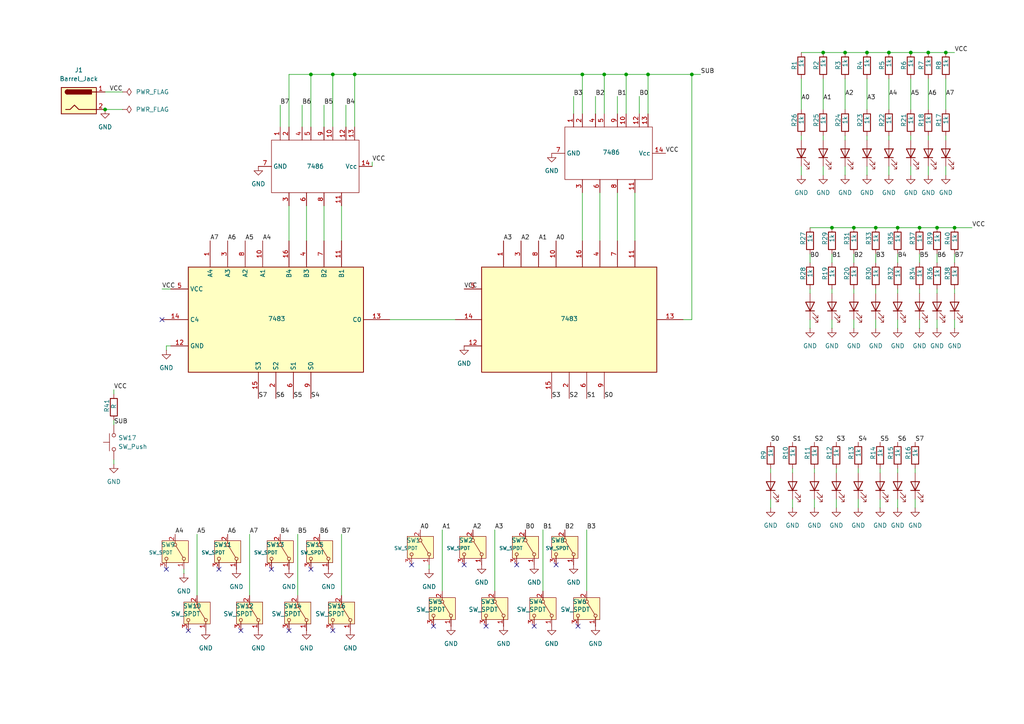
<source format=kicad_sch>
(kicad_sch (version 20250114) (generator "eeschema") (generator_version "9.0")
  (paper "A4")
  (junction (at 245.11 15.24))
  (junction (at 260.35 66.04))
  (junction (at 264.16 15.24))
  (junction (at 251.46 15.24))
  (junction (at 90.17 21.59))
  (junction (at 266.7 66.04))
  (junction (at 254 66.04))
  (junction (at 175.26 21.59))
  (junction (at 30.48 31.75))
  (junction (at 200.66 21.59))
  (junction (at 102.87 21.59))
  (junction (at 187.96 21.59))
  (junction (at 181.61 21.59))
  (junction (at 168.91 21.59))
  (junction (at 257.81 15.24))
  (junction (at 269.24 15.24))
  (junction (at 96.52 21.59))
  (junction (at 238.76 15.24))
  (junction (at 247.65 66.04))
  (junction (at 241.3 66.04))
  (junction (at 276.86 66.04))
  (junction (at 271.78 66.04))
  (junction (at 274.32 15.24))
  (no_connect (at 90.17 165.1))
  (no_connect (at 83.82 182.88))
  (no_connect (at 154.94 181.61))
  (no_connect (at 149.86 163.83))
  (no_connect (at 119.38 163.83))
  (no_connect (at 69.85 182.88))
  (no_connect (at 134.62 163.83))
  (no_connect (at 167.64 181.61))
  (no_connect (at 46.99 92.71))
  (no_connect (at 125.73 181.61))
  (no_connect (at 54.61 182.88))
  (no_connect (at 96.52 182.88))
  (no_connect (at 48.26 165.1))
  (no_connect (at 63.5 165.1))
  (no_connect (at 78.74 165.1))
  (no_connect (at 161.29 163.83))
  (no_connect (at 140.97 181.61))
  (wire (pts (xy 128.27 153.67) (xy 128.27 171.45)))
  (wire (pts (xy 33.02 134.62) (xy 33.02 133.35)))
  (wire (pts (xy 175.26 21.59) (xy 181.61 21.59)))
  (wire (pts (xy 274.32 22.86) (xy 274.32 31.75)))
  (wire (pts (xy 251.46 22.86) (xy 251.46 31.75)))
  (wire (pts (xy 260.35 66.04) (xy 266.7 66.04)))
  (wire (pts (xy 269.24 50.8) (xy 269.24 48.26)))
  (wire (pts (xy 238.76 22.86) (xy 238.76 31.75)))
  (wire (pts (xy 257.81 40.64) (xy 257.81 39.37)))
  (wire (pts (xy 257.81 15.24) (xy 264.16 15.24)))
  (wire (pts (xy 143.51 153.67) (xy 143.51 171.45)))
  (wire (pts (xy 266.7 73.66) (xy 266.7 76.2)))
  (wire (pts (xy 102.87 21.59) (xy 168.91 21.59)))
  (wire (pts (xy 200.66 21.59) (xy 203.2 21.59)))
  (wire (pts (xy 260.35 137.16) (xy 260.35 135.89)))
  (wire (pts (xy 234.95 95.25) (xy 234.95 92.71)))
  (wire (pts (xy 265.43 147.32) (xy 265.43 144.78)))
  (wire (pts (xy 274.32 15.24) (xy 276.86 15.24)))
  (wire (pts (xy 102.87 21.59) (xy 102.87 36.83)))
  (wire (pts (xy 99.06 59.69) (xy 99.06 69.85)))
  (wire (pts (xy 83.82 36.83) (xy 83.82 21.59)))
  (wire (pts (xy 168.91 21.59) (xy 175.26 21.59)))
  (wire (pts (xy 198.12 92.71) (xy 200.66 92.71)))
  (wire (pts (xy 236.22 137.16) (xy 236.22 135.89)))
  (wire (pts (xy 175.26 21.59) (xy 175.26 33.02)))
  (wire (pts (xy 172.72 27.94) (xy 172.72 33.02)))
  (wire (pts (xy 255.27 147.32) (xy 255.27 144.78)))
  (wire (pts (xy 96.52 21.59) (xy 102.87 21.59)))
  (wire (pts (xy 232.41 22.86) (xy 232.41 31.75)))
  (wire (pts (xy 257.81 50.8) (xy 257.81 48.26)))
  (wire (pts (xy 251.46 50.8) (xy 251.46 48.26)))
  (wire (pts (xy 251.46 15.24) (xy 257.81 15.24)))
  (wire (pts (xy 93.98 59.69) (xy 93.98 69.85)))
  (wire (pts (xy 269.24 15.24) (xy 274.32 15.24)))
  (wire (pts (xy 234.95 66.04) (xy 241.3 66.04)))
  (wire (pts (xy 266.7 85.09) (xy 266.7 83.82)))
  (wire (pts (xy 257.81 22.86) (xy 257.81 31.75)))
  (wire (pts (xy 247.65 85.09) (xy 247.65 83.82)))
  (wire (pts (xy 87.63 30.48) (xy 87.63 36.83)))
  (wire (pts (xy 48.26 100.33) (xy 48.26 101.6)))
  (wire (pts (xy 168.91 21.59) (xy 168.91 33.02)))
  (wire (pts (xy 241.3 73.66) (xy 241.3 76.2)))
  (wire (pts (xy 238.76 50.8) (xy 238.76 48.26)))
  (wire (pts (xy 170.18 153.67) (xy 170.18 171.45)))
  (wire (pts (xy 276.86 85.09) (xy 276.86 83.82)))
  (wire (pts (xy 271.78 73.66) (xy 271.78 76.2)))
  (wire (pts (xy 242.57 137.16) (xy 242.57 135.89)))
  (wire (pts (xy 241.3 85.09) (xy 241.3 83.82)))
  (wire (pts (xy 83.82 21.59) (xy 90.17 21.59)))
  (wire (pts (xy 248.92 137.16) (xy 248.92 135.89)))
  (wire (pts (xy 57.15 154.94) (xy 57.15 172.72)))
  (wire (pts (xy 30.48 26.67) (xy 35.56 26.67)))
  (wire (pts (xy 181.61 21.59) (xy 181.61 33.02)))
  (wire (pts (xy 242.57 147.32) (xy 242.57 144.78)))
  (wire (pts (xy 234.95 73.66) (xy 234.95 76.2)))
  (wire (pts (xy 181.61 21.59) (xy 187.96 21.59)))
  (wire (pts (xy 179.07 27.94) (xy 179.07 33.02)))
  (wire (pts (xy 232.41 40.64) (xy 232.41 39.37)))
  (wire (pts (xy 269.24 40.64) (xy 269.24 39.37)))
  (wire (pts (xy 260.35 147.32) (xy 260.35 144.78)))
  (wire (pts (xy 254 73.66) (xy 254 76.2)))
  (wire (pts (xy 200.66 92.71) (xy 200.66 21.59)))
  (wire (pts (xy 33.02 113.03) (xy 33.02 114.3)))
  (wire (pts (xy 30.48 31.75) (xy 35.56 31.75)))
  (wire (pts (xy 238.76 15.24) (xy 245.11 15.24)))
  (wire (pts (xy 49.53 100.33) (xy 48.26 100.33)))
  (wire (pts (xy 264.16 15.24) (xy 269.24 15.24)))
  (wire (pts (xy 260.35 95.25) (xy 260.35 92.71)))
  (wire (pts (xy 274.32 50.8) (xy 274.32 48.26)))
  (wire (pts (xy 255.27 137.16) (xy 255.27 135.89)))
  (wire (pts (xy 269.24 22.86) (xy 269.24 31.75)))
  (wire (pts (xy 245.11 40.64) (xy 245.11 39.37)))
  (wire (pts (xy 260.35 73.66) (xy 260.35 76.2)))
  (wire (pts (xy 46.99 83.82) (xy 49.53 83.82)))
  (wire (pts (xy 72.39 154.94) (xy 72.39 172.72)))
  (wire (pts (xy 86.36 154.94) (xy 86.36 172.72)))
  (wire (pts (xy 187.96 21.59) (xy 187.96 33.02)))
  (wire (pts (xy 107.95 46.99) (xy 107.95 48.26)))
  (wire (pts (xy 53.34 165.1) (xy 53.34 166.37)))
  (wire (pts (xy 248.92 147.32) (xy 248.92 144.78)))
  (wire (pts (xy 271.78 95.25) (xy 271.78 92.71)))
  (wire (pts (xy 157.48 153.67) (xy 157.48 171.45)))
  (wire (pts (xy 266.7 66.04) (xy 271.78 66.04)))
  (wire (pts (xy 100.33 30.48) (xy 100.33 36.83)))
  (wire (pts (xy 274.32 40.64) (xy 274.32 39.37)))
  (wire (pts (xy 179.07 55.88) (xy 179.07 69.85)))
  (wire (pts (xy 245.11 50.8) (xy 245.11 48.26)))
  (wire (pts (xy 276.86 73.66) (xy 276.86 76.2)))
  (wire (pts (xy 236.22 147.32) (xy 236.22 144.78)))
  (wire (pts (xy 247.65 73.66) (xy 247.65 76.2)))
  (wire (pts (xy 232.41 50.8) (xy 232.41 48.26)))
  (wire (pts (xy 241.3 95.25) (xy 241.3 92.71)))
  (wire (pts (xy 271.78 85.09) (xy 271.78 83.82)))
  (wire (pts (xy 223.52 147.32) (xy 223.52 144.78)))
  (wire (pts (xy 265.43 137.16) (xy 265.43 135.89)))
  (wire (pts (xy 245.11 22.86) (xy 245.11 31.75)))
  (wire (pts (xy 166.37 27.94) (xy 166.37 33.02)))
  (wire (pts (xy 173.99 55.88) (xy 173.99 69.85)))
  (wire (pts (xy 234.95 85.09) (xy 234.95 83.82)))
  (wire (pts (xy 247.65 95.25) (xy 247.65 92.71)))
  (wire (pts (xy 260.35 85.09) (xy 260.35 83.82)))
  (wire (pts (xy 241.3 66.04) (xy 247.65 66.04)))
  (wire (pts (xy 264.16 40.64) (xy 264.16 39.37)))
  (wire (pts (xy 223.52 137.16) (xy 223.52 135.89)))
  (wire (pts (xy 276.86 95.25) (xy 276.86 92.71)))
  (wire (pts (xy 271.78 66.04) (xy 276.86 66.04)))
  (wire (pts (xy 99.06 154.94) (xy 99.06 172.72)))
  (wire (pts (xy 93.98 30.48) (xy 93.98 36.83)))
  (wire (pts (xy 254 85.09) (xy 254 83.82)))
  (wire (pts (xy 168.91 55.88) (xy 168.91 69.85)))
  (wire (pts (xy 254 95.25) (xy 254 92.71)))
  (wire (pts (xy 229.87 147.32) (xy 229.87 144.78)))
  (wire (pts (xy 245.11 15.24) (xy 251.46 15.24)))
  (wire (pts (xy 264.16 50.8) (xy 264.16 48.26)))
  (wire (pts (xy 185.42 27.94) (xy 185.42 33.02)))
  (wire (pts (xy 90.17 21.59) (xy 90.17 36.83)))
  (wire (pts (xy 124.46 163.83) (xy 124.46 165.1)))
  (wire (pts (xy 96.52 21.59) (xy 96.52 36.83)))
  (wire (pts (xy 264.16 22.86) (xy 264.16 31.75)))
  (wire (pts (xy 232.41 15.24) (xy 238.76 15.24)))
  (wire (pts (xy 276.86 66.04) (xy 281.94 66.04)))
  (wire (pts (xy 238.76 40.64) (xy 238.76 39.37)))
  (wire (pts (xy 113.03 92.71) (xy 132.08 92.71)))
  (wire (pts (xy 90.17 21.59) (xy 96.52 21.59)))
  (wire (pts (xy 184.15 55.88) (xy 184.15 69.85)))
  (wire (pts (xy 254 66.04) (xy 260.35 66.04)))
  (wire (pts (xy 251.46 40.64) (xy 251.46 39.37)))
  (wire (pts (xy 81.28 30.48) (xy 81.28 36.83)))
  (wire (pts (xy 229.87 137.16) (xy 229.87 135.89)))
  (wire (pts (xy 247.65 66.04) (xy 254 66.04)))
  (wire (pts (xy 266.7 95.25) (xy 266.7 92.71)))
  (wire (pts (xy 33.02 121.92) (xy 33.02 123.19)))
  (wire (pts (xy 88.9 59.69) (xy 88.9 69.85)))
  (wire (pts (xy 83.82 59.69) (xy 83.82 69.85)))
  (wire (pts (xy 187.96 21.59) (xy 200.66 21.59)))
  (label "B3" (at 254 74.93 0))
  (label "A3" (at 251.46 29.21 0))
  (label "B4" (at 81.28 154.94 0))
  (label "B1" (at 179.07 27.94 0))
  (label "B3" (at 166.37 27.94 0))
  (label "VCC" (at 33.02 113.03 0))
  (label "B6" (at 271.78 74.93 0))
  (label "S2" (at 236.22 128.27 0))
  (label "SUB" (at 33.02 123.19 0))
  (label "A1" (at 238.76 29.21 0))
  (label "S0" (at 175.26 115.57 0))
  (label "S7" (at 74.93 115.57 0))
  (label "S4" (at 90.17 115.57 0))
  (label "A6" (at 66.04 154.94 0))
  (label "VCC" (at 46.99 83.82 0))
  (label "A5" (at 71.12 69.85 0))
  (label "S5" (at 85.09 115.57 0))
  (label "S1" (at 170.18 115.57 0))
  (label "VCC" (at 281.94 66.04 0))
  (label "A0" (at 121.92 153.67 0))
  (label "A2" (at 245.11 27.94 0))
  (label "S2" (at 165.1 115.57 0))
  (label "S5" (at 255.27 128.27 0))
  (label "B3" (at 170.18 153.67 0))
  (label "VCC" (at 107.95 46.99 0))
  (label "B7" (at 81.28 30.48 0))
  (label "S7" (at 265.43 128.27 0))
  (label "A3" (at 143.51 153.67 0))
  (label "S6" (at 260.35 128.27 0))
  (label "A0" (at 232.41 29.21 0))
  (label "B7" (at 99.06 154.94 0))
  (label "A2" (at 151.13 69.85 0))
  (label "A5" (at 57.15 154.94 0))
  (label "S3" (at 160.02 115.57 0))
  (label "A3" (at 146.05 69.85 0))
  (label "VCC" (at 193.04 44.45 0))
  (label "A6" (at 66.04 69.85 0))
  (label "A2" (at 137.16 153.67 0))
  (label "A7" (at 60.96 69.85 0))
  (label "A7" (at 72.39 154.94 0))
  (label "A7" (at 274.32 27.94 0))
  (label "B6" (at 87.63 30.48 0))
  (label "B0" (at 234.95 74.93 0))
  (label "A4" (at 76.2 69.85 0))
  (label "B2" (at 163.83 153.67 0))
  (label "A1" (at 156.21 69.85 0))
  (label "A4" (at 50.8 154.94 0))
  (label "B7" (at 276.86 74.93 0))
  (label "A6" (at 269.24 27.94 0))
  (label "B6" (at 92.71 154.94 0))
  (label "S3" (at 242.57 128.27 0))
  (label "B2" (at 247.65 74.93 0))
  (label "B0" (at 185.42 27.94 0))
  (label "VCC" (at 31.75 26.67 0))
  (label "VCC" (at 276.86 15.24 0))
  (label "B1" (at 157.48 153.67 0))
  (label "B2" (at 172.72 27.94 0))
  (label "B4" (at 100.33 30.48 0))
  (label "A4" (at 257.81 27.94 0))
  (label "B5" (at 93.98 30.48 0))
  (label "S6" (at 80.01 115.57 0))
  (label "B5" (at 266.7 74.93 0))
  (label "S1" (at 229.87 128.27 0))
  (label "A1" (at 128.27 153.67 0))
  (label "A5" (at 264.16 27.94 0))
  (label "B5" (at 86.36 154.94 0))
  (label "B1" (at 241.3 74.93 0))
  (label "SUB" (at 203.2 21.59 0))
  (label "B0" (at 152.4 153.67 0))
  (label "S0" (at 223.52 128.27 0))
  (label "VCC" (at 134.62 83.82 0))
  (label "S4" (at 248.92 128.27 0))
  (label "A0" (at 161.29 69.85 0))
  (label "B4" (at 260.35 74.93 0))
  (symbol (lib_id "Switch:SW_SPDT") (at 137.16 158.75 270) (unit 1)
    (property "Reference" "SW2" (at 133.096 156.718 90) (effects (justify left)))
    (property "Value" "SW_SPDT" (at 129.54 159.004 90) (effects (font (size 1.016 1.016)) (justify left)))
    (property "Footprint" "my footprtn:LED SWITCH3pin" (effects (hide yes)))
    (property "Description" "Switch, single pole double throw" (effects (hide yes)))
  )
  (symbol (lib_id "Device:R") (at 251.46 19.05 0) (unit 1)
    (property "Reference" "R4" (at 249.428 20.32 90) (effects (justify left)))
    (property "Value" "1k" (at 251.46 19.558 90) (effects (justify left)))
    (property "Footprint" "Resistor_THT:R_Axial_DIN0204_L3.6mm_D1.6mm_P5.08mm_Horizontal" (effects (hide yes)))
    (property "Description" "Resistor" (effects (hide yes)))
  )
  (symbol (lib_id "Device:LED") (at 251.46 44.45 90) (unit 1)
    (property "Reference" "D4" (effects (hide yes)))
    (property "Value" "LED" (effects (hide yes)))
    (property "Footprint" "LED_THT:LED_D3.0mm" (effects (hide yes)))
    (property "Description" "Light emitting diode" (effects (hide yes)))
    (property "Sim.Pins" "1=K 2=A" (effects (hide yes)))
  )
  (symbol (lib_id "Device:R") (at 248.92 132.08 0) (unit 1)
    (property "Reference" "R13" (at 246.888 133.35 90) (effects (justify left)))
    (property "Value" "1k" (at 248.92 132.588 90) (effects (justify left)))
    (property "Footprint" "Resistor_THT:R_Axial_DIN0204_L3.6mm_D1.6mm_P5.08mm_Horizontal" (effects (hide yes)))
    (property "Description" "Resistor" (effects (hide yes)))
  )
  (symbol (lib_id "power:GND") (at 245.11 50.8 0) (unit 1)
    (property "Reference" "#PWR011" (effects (hide yes)))
    (property "Value" "GND" (at 245.11 55.88 0))
    (property "Description" "Power symbol creates a global label with name \"GND\" , ground" (effects (hide yes)))
  )
  (symbol (lib_id "Device:R") (at 260.35 80.01 0) (unit 1)
    (property "Reference" "R32" (at 258.318 81.28 90) (effects (justify left)))
    (property "Value" "1k" (at 260.35 80.518 90) (effects (justify left)))
    (property "Footprint" "Resistor_THT:R_Axial_DIN0204_L3.6mm_D1.6mm_P5.08mm_Horizontal" (effects (hide yes)))
    (property "Description" "Resistor" (effects (hide yes)))
  )
  (symbol (lib_id "power:GND") (at 269.24 50.8 0) (unit 1)
    (property "Reference" "#PWR015" (effects (hide yes)))
    (property "Value" "GND" (at 269.24 55.88 0))
    (property "Description" "Power symbol creates a global label with name \"GND\" , ground" (effects (hide yes)))
  )
  (symbol (lib_id "Device:LED") (at 266.7 88.9 90) (unit 1)
    (property "Reference" "D23" (effects (hide yes)))
    (property "Value" "LED" (effects (hide yes)))
    (property "Footprint" "LED_THT:LED_D3.0mm" (effects (hide yes)))
    (property "Description" "Light emitting diode" (effects (hide yes)))
    (property "Sim.Pins" "1=K 2=A" (effects (hide yes)))
  )
  (symbol (lib_id "Device:R") (at 266.7 69.85 0) (unit 1)
    (property "Reference" "R37" (at 264.668 71.12 90) (effects (justify left)))
    (property "Value" "1k" (at 266.7 70.358 90) (effects (justify left)))
    (property "Footprint" "Resistor_THT:R_Axial_DIN0204_L3.6mm_D1.6mm_P5.08mm_Horizontal" (effects (hide yes)))
    (property "Description" "Resistor" (effects (hide yes)))
  )
  (symbol (lib_id "Device:R") (at 257.81 35.56 0) (unit 1)
    (property "Reference" "R22" (at 255.778 36.83 90) (effects (justify left)))
    (property "Value" "1k" (at 257.81 36.068 90) (effects (justify left)))
    (property "Footprint" "Resistor_THT:R_Axial_DIN0204_L3.6mm_D1.6mm_P5.08mm_Horizontal" (effects (hide yes)))
    (property "Description" "Resistor" (effects (hide yes)))
  )
  (symbol (lib_id "Device:R") (at 274.32 19.05 0) (unit 1)
    (property "Reference" "R8" (at 272.288 20.32 90) (effects (justify left)))
    (property "Value" "1k" (at 274.32 19.558 90) (effects (justify left)))
    (property "Footprint" "Resistor_THT:R_Axial_DIN0204_L3.6mm_D1.6mm_P5.08mm_Horizontal" (effects (hide yes)))
    (property "Description" "Resistor" (effects (hide yes)))
  )
  (symbol (lib_id "power:GND") (at 266.7 95.25 0) (unit 1)
    (property "Reference" "#PWR023" (effects (hide yes)))
    (property "Value" "GND" (at 266.7 100.33 0))
    (property "Description" "Power symbol creates a global label with name \"GND\" , ground" (effects (hide yes)))
  )
  (symbol (lib_id "Device:LED") (at 248.92 140.97 90) (unit 1)
    (property "Reference" "D13" (effects (hide yes)))
    (property "Value" "LED" (effects (hide yes)))
    (property "Footprint" "LED_THT:LED_D3.0mm" (effects (hide yes)))
    (property "Description" "Light emitting diode" (effects (hide yes)))
    (property "Sim.Pins" "1=K 2=A" (effects (hide yes)))
  )
  (symbol (lib_id "Device:R") (at 229.87 132.08 0) (unit 1)
    (property "Reference" "R10" (at 227.838 133.35 90) (effects (justify left)))
    (property "Value" "1k" (at 229.87 132.588 90) (effects (justify left)))
    (property "Footprint" "Resistor_THT:R_Axial_DIN0204_L3.6mm_D1.6mm_P5.08mm_Horizontal" (effects (hide yes)))
    (property "Description" "Resistor" (effects (hide yes)))
  )
  (symbol (lib_id "power:GND") (at 95.25 165.1 0) (unit 1)
    (property "Reference" "#PWR039" (effects (hide yes)))
    (property "Value" "GND" (at 95.25 170.18 0))
    (property "Description" "Power symbol creates a global label with name \"GND\" , ground" (effects (hide yes)))
  )
  (symbol (lib_id "Device:LED") (at 276.86 88.9 90) (unit 1)
    (property "Reference" "D25" (effects (hide yes)))
    (property "Value" "LED" (effects (hide yes)))
    (property "Footprint" "LED_THT:LED_D3.0mm" (effects (hide yes)))
    (property "Description" "Light emitting diode" (effects (hide yes)))
    (property "Sim.Pins" "1=K 2=A" (effects (hide yes)))
  )
  (symbol (lib_id "Switch:SW_SPDT") (at 157.48 176.53 270) (unit 1)
    (property "Reference" "SW4" (at 153.416 174.498 90) (effects (justify left)))
    (property "Value" "SW_SPDT" (at 149.86 176.784 90) (effects (justify left)))
    (property "Footprint" "my footprtn:LED SWITCH3pin" (effects (hide yes)))
    (property "Description" "Switch, single pole double throw" (effects (hide yes)))
  )
  (symbol (lib_id "power:GND") (at 264.16 50.8 0) (unit 1)
    (property "Reference" "#PWR014" (effects (hide yes)))
    (property "Value" "GND" (at 264.16 55.88 0))
    (property "Description" "Power symbol creates a global label with name \"GND\" , ground" (effects (hide yes)))
  )
  (symbol (lib_id "Device:R") (at 234.95 69.85 0) (unit 1)
    (property "Reference" "R27" (at 232.918 71.12 90) (effects (justify left)))
    (property "Value" "1k" (at 234.95 70.358 90) (effects (justify left)))
    (property "Footprint" "Resistor_THT:R_Axial_DIN0204_L3.6mm_D1.6mm_P5.08mm_Horizontal" (effects (hide yes)))
    (property "Description" "Resistor" (effects (hide yes)))
  )
  (symbol (lib_id "power:GND") (at 232.41 50.8 0) (unit 1)
    (property "Reference" "#PWR03" (effects (hide yes)))
    (property "Value" "GND" (at 232.41 55.88 0))
    (property "Description" "Power symbol creates a global label with name \"GND\" , ground" (effects (hide yes)))
  )
  (symbol (lib_id "Switch:SW_SPDT") (at 86.36 177.8 270) (unit 1)
    (property "Reference" "SW14" (at 82.296 175.768 90) (effects (justify left)))
    (property "Value" "SW_SPDT" (at 78.74 178.054 90) (effects (justify left)))
    (property "Footprint" "my footprtn:LED SWITCH3pin" (effects (hide yes)))
    (property "Description" "Switch, single pole double throw" (effects (hide yes)))
  )
  (symbol (lib_id "Device:LED") (at 269.24 44.45 90) (unit 1)
    (property "Reference" "D7" (effects (hide yes)))
    (property "Value" "LED" (effects (hide yes)))
    (property "Footprint" "LED_THT:LED_D3.0mm" (effects (hide yes)))
    (property "Description" "Light emitting diode" (effects (hide yes)))
    (property "Sim.Pins" "1=K 2=A" (effects (hide yes)))
  )
  (symbol (lib_id "Switch:SW_SPDT") (at 81.28 160.02 270) (unit 1)
    (property "Reference" "SW13" (at 77.216 157.988 90) (effects (justify left)))
    (property "Value" "SW_SPDT" (at 73.66 160.274 90) (effects (font (size 1.016 1.016)) (justify left)))
    (property "Footprint" "my footprtn:LED SWITCH3pin" (effects (hide yes)))
    (property "Description" "Switch, single pole double throw" (effects (hide yes)))
  )
  (symbol (lib_id "Device:R") (at 260.35 132.08 0) (unit 1)
    (property "Reference" "R15" (at 258.318 133.35 90) (effects (justify left)))
    (property "Value" "1k" (at 260.35 132.588 90) (effects (justify left)))
    (property "Footprint" "Resistor_THT:R_Axial_DIN0204_L3.6mm_D1.6mm_P5.08mm_Horizontal" (effects (hide yes)))
    (property "Description" "Resistor" (effects (hide yes)))
  )
  (symbol (lib_id "power:GND") (at 74.93 48.26 0) (unit 1)
    (property "Reference" "#PWR05" (effects (hide yes)))
    (property "Value" "GND" (at 74.93 53.34 0))
    (property "Description" "Power symbol creates a global label with name \"GND\" , ground" (effects (hide yes)))
  )
  (symbol (lib_id "power:GND") (at 59.69 182.88 0) (unit 1)
    (property "Reference" "#PWR034" (effects (hide yes)))
    (property "Value" "GND" (at 59.69 187.96 0))
    (property "Description" "Power symbol creates a global label with name \"GND\" , ground" (effects (hide yes)))
  )
  (symbol (lib_id "power:GND") (at 68.58 165.1 0) (unit 1)
    (property "Reference" "#PWR035" (effects (hide yes)))
    (property "Value" "GND" (at 68.58 170.18 0))
    (property "Description" "Power symbol creates a global label with name \"GND\" , ground" (effects (hide yes)))
  )
  (symbol (lib_id "power:GND") (at 260.35 95.25 0) (unit 1)
    (property "Reference" "#PWR022" (effects (hide yes)))
    (property "Value" "GND" (at 260.35 100.33 0))
    (property "Description" "Power symbol creates a global label with name \"GND\" , ground" (effects (hide yes)))
  )
  (symbol (lib_id "Device:R") (at 266.7 80.01 0) (unit 1)
    (property "Reference" "R34" (at 264.668 81.28 90) (effects (justify left)))
    (property "Value" "1k" (at 266.7 80.518 90) (effects (justify left)))
    (property "Footprint" "Resistor_THT:R_Axial_DIN0204_L3.6mm_D1.6mm_P5.08mm_Horizontal" (effects (hide yes)))
    (property "Description" "Resistor" (effects (hide yes)))
  )
  (symbol (lib_id "Device:R") (at 265.43 132.08 0) (unit 1)
    (property "Reference" "R16" (at 263.398 133.35 90) (effects (justify left)))
    (property "Value" "1k" (at 265.43 132.588 90) (effects (justify left)))
    (property "Footprint" "Resistor_THT:R_Axial_DIN0204_L3.6mm_D1.6mm_P5.08mm_Horizontal" (effects (hide yes)))
    (property "Description" "Resistor" (effects (hide yes)))
  )
  (symbol (lib_id "Device:R") (at 254 69.85 0) (unit 1)
    (property "Reference" "R33" (at 251.968 71.12 90) (effects (justify left)))
    (property "Value" "1k" (at 254 70.358 90) (effects (justify left)))
    (property "Footprint" "Resistor_THT:R_Axial_DIN0204_L3.6mm_D1.6mm_P5.08mm_Horizontal" (effects (hide yes)))
    (property "Description" "Resistor" (effects (hide yes)))
  )
  (symbol (lib_id "Device:R") (at 269.24 19.05 0) (unit 1)
    (property "Reference" "R7" (at 267.208 20.32 90) (effects (justify left)))
    (property "Value" "1k" (at 269.24 19.558 90) (effects (justify left)))
    (property "Footprint" "Resistor_THT:R_Axial_DIN0204_L3.6mm_D1.6mm_P5.08mm_Horizontal" (effects (hide yes)))
    (property "Description" "Resistor" (effects (hide yes)))
  )
  (symbol (lib_id "Device:LED") (at 232.41 44.45 90) (unit 1)
    (property "Reference" "D1" (effects (hide yes)))
    (property "Value" "LED" (effects (hide yes)))
    (property "Footprint" "LED_THT:LED_D3.0mm" (effects (hide yes)))
    (property "Description" "Light emitting diode" (effects (hide yes)))
    (property "Sim.Pins" "1=K 2=A" (effects (hide yes)))
  )
  (symbol (lib_id "Device:R") (at 232.41 19.05 0) (unit 1)
    (property "Reference" "R1" (at 230.378 20.32 90) (effects (justify left)))
    (property "Value" "1k" (at 232.41 19.558 90) (effects (justify left)))
    (property "Footprint" "Resistor_THT:R_Axial_DIN0204_L3.6mm_D1.6mm_P5.08mm_Horizontal" (effects (hide yes)))
    (property "Description" "Resistor" (effects (hide yes)))
  )
  (symbol (lib_id "Device:LED") (at 255.27 140.97 90) (unit 1)
    (property "Reference" "D14" (effects (hide yes)))
    (property "Value" "LED" (effects (hide yes)))
    (property "Footprint" "LED_THT:LED_D3.0mm" (effects (hide yes)))
    (property "Description" "Light emitting diode" (effects (hide yes)))
    (property "Sim.Pins" "1=K 2=A" (effects (hide yes)))
  )
  (symbol (lib_id "Device:R") (at 238.76 35.56 0) (unit 1)
    (property "Reference" "R25" (at 236.728 36.83 90) (effects (justify left)))
    (property "Value" "1k" (at 238.76 36.068 90) (effects (justify left)))
    (property "Footprint" "Resistor_THT:R_Axial_DIN0204_L3.6mm_D1.6mm_P5.08mm_Horizontal" (effects (hide yes)))
    (property "Description" "Resistor" (effects (hide yes)))
  )
  (symbol (lib_id "Connector:Barrel_Jack") (at 22.86 29.21 0) (unit 1)
    (property "Reference" "J1" (at 22.86 20.32 0))
    (property "Value" "Barrel_Jack" (at 22.86 22.86 0))
    (property "Footprint" "Connector_BarrelJack:BarrelJack_GCT_DCJ200-10-A_Horizontal" (effects (hide yes)))
    (property "Description" "DC Barrel Jack" (effects (hide yes)))
  )
  (symbol (lib_id "power:GND") (at 257.81 50.8 0) (unit 1)
    (property "Reference" "#PWR013" (effects (hide yes)))
    (property "Value" "GND" (at 257.81 55.88 0))
    (property "Description" "Power symbol creates a global label with name \"GND\" , ground" (effects (hide yes)))
  )
  (symbol (lib_id "power:GND") (at 241.3 95.25 0) (unit 1)
    (property "Reference" "#PWR019" (effects (hide yes)))
    (property "Value" "GND" (at 241.3 100.33 0))
    (property "Description" "Power symbol creates a global label with name \"GND\" , ground" (effects (hide yes)))
  )
  (symbol (lib_id "power:GND") (at 255.27 147.32 0) (unit 1)
    (property "Reference" "#PWR046" (effects (hide yes)))
    (property "Value" "GND" (at 255.27 152.4 0))
    (property "Description" "Power symbol creates a global label with name \"GND\" , ground" (effects (hide yes)))
  )
  (symbol (lib_id "Device:R") (at 264.16 35.56 0) (unit 1)
    (property "Reference" "R21" (at 262.128 36.83 90) (effects (justify left)))
    (property "Value" "1k" (at 264.16 36.068 90) (effects (justify left)))
    (property "Footprint" "Resistor_THT:R_Axial_DIN0204_L3.6mm_D1.6mm_P5.08mm_Horizontal" (effects (hide yes)))
    (property "Description" "Resistor" (effects (hide yes)))
  )
  (symbol (lib_id "power:GND") (at 229.87 147.32 0) (unit 1)
    (property "Reference" "#PWR042" (effects (hide yes)))
    (property "Value" "GND" (at 229.87 152.4 0))
    (property "Description" "Power symbol creates a global label with name \"GND\" , ground" (effects (hide yes)))
  )
  (symbol (lib_id "power:GND") (at 130.81 181.61 0) (unit 1)
    (property "Reference" "#PWR017" (effects (hide yes)))
    (property "Value" "GND" (at 130.81 186.69 0))
    (property "Description" "Power symbol creates a global label with name \"GND\" , ground" (effects (hide yes)))
  )
  (symbol (lib_id "Device:R") (at 251.46 35.56 0) (unit 1)
    (property "Reference" "R23" (at 249.428 36.83 90) (effects (justify left)))
    (property "Value" "1k" (at 251.46 36.068 90) (effects (justify left)))
    (property "Footprint" "Resistor_THT:R_Axial_DIN0204_L3.6mm_D1.6mm_P5.08mm_Horizontal" (effects (hide yes)))
    (property "Description" "Resistor" (effects (hide yes)))
  )
  (symbol (lib_id "Device:LED") (at 241.3 88.9 90) (unit 1)
    (property "Reference" "D19" (effects (hide yes)))
    (property "Value" "LED" (effects (hide yes)))
    (property "Footprint" "LED_THT:LED_D3.0mm" (effects (hide yes)))
    (property "Description" "Light emitting diode" (effects (hide yes)))
    (property "Sim.Pins" "1=K 2=A" (effects (hide yes)))
  )
  (symbol (lib_id "Device:LED") (at 260.35 140.97 90) (unit 1)
    (property "Reference" "D15" (effects (hide yes)))
    (property "Value" "LED" (effects (hide yes)))
    (property "Footprint" "LED_THT:LED_D3.0mm" (effects (hide yes)))
    (property "Description" "Light emitting diode" (effects (hide yes)))
    (property "Sim.Pins" "1=K 2=A" (effects (hide yes)))
  )
  (symbol (lib_id "power:GND") (at 276.86 95.25 0) (unit 1)
    (property "Reference" "#PWR025" (effects (hide yes)))
    (property "Value" "GND" (at 276.86 100.33 0))
    (property "Description" "Power symbol creates a global label with name \"GND\" , ground" (effects (hide yes)))
  )
  (symbol (lib_id "Device:R") (at 241.3 80.01 0) (unit 1)
    (property "Reference" "R19" (at 239.268 81.28 90) (effects (justify left)))
    (property "Value" "1k" (at 241.3 80.518 90) (effects (justify left)))
    (property "Footprint" "Resistor_THT:R_Axial_DIN0204_L3.6mm_D1.6mm_P5.08mm_Horizontal" (effects (hide yes)))
    (property "Description" "Resistor" (effects (hide yes)))
  )
  (symbol (lib_id "Switch:SW_SPDT") (at 99.06 177.8 270) (unit 1)
    (property "Reference" "SW16" (at 94.996 175.768 90) (effects (justify left)))
    (property "Value" "SW_SPDT" (at 91.44 178.054 90) (effects (justify left)))
    (property "Footprint" "my footprtn:LED SWITCH3pin" (effects (hide yes)))
    (property "Description" "Switch, single pole double throw" (effects (hide yes)))
  )
  (symbol (lib_id "Device:LED") (at 257.81 44.45 90) (unit 1)
    (property "Reference" "D5" (effects (hide yes)))
    (property "Value" "LED" (effects (hide yes)))
    (property "Footprint" "LED_THT:LED_D3.0mm" (effects (hide yes)))
    (property "Description" "Light emitting diode" (effects (hide yes)))
    (property "Sim.Pins" "1=K 2=A" (effects (hide yes)))
  )
  (symbol (lib_id "Device:LED") (at 242.57 140.97 90) (unit 1)
    (property "Reference" "D12" (effects (hide yes)))
    (property "Value" "LED" (effects (hide yes)))
    (property "Footprint" "LED_THT:LED_D3.0mm" (effects (hide yes)))
    (property "Description" "Light emitting diode" (effects (hide yes)))
    (property "Sim.Pins" "1=K 2=A" (effects (hide yes)))
  )
  (symbol (lib_id "Device:R") (at 234.95 80.01 0) (unit 1)
    (property "Reference" "R28" (at 232.918 81.28 90) (effects (justify left)))
    (property "Value" "1k" (at 234.95 80.518 90) (effects (justify left)))
    (property "Footprint" "Resistor_THT:R_Axial_DIN0204_L3.6mm_D1.6mm_P5.08mm_Horizontal" (effects (hide yes)))
    (property "Description" "Resistor" (effects (hide yes)))
  )
  (symbol (lib_id "Device:R") (at 274.32 35.56 0) (unit 1)
    (property "Reference" "R17" (at 272.288 36.83 90) (effects (justify left)))
    (property "Value" "1k" (at 274.32 36.068 90) (effects (justify left)))
    (property "Footprint" "Resistor_THT:R_Axial_DIN0204_L3.6mm_D1.6mm_P5.08mm_Horizontal" (effects (hide yes)))
    (property "Description" "Resistor" (effects (hide yes)))
  )
  (symbol (lib_id "power:GND") (at 234.95 95.25 0) (unit 1)
    (property "Reference" "#PWR018" (effects (hide yes)))
    (property "Value" "GND" (at 234.95 100.33 0))
    (property "Description" "Power symbol creates a global label with name \"GND\" , ground" (effects (hide yes)))
  )
  (symbol (lib_id "Switch:SW_SPDT") (at 143.51 176.53 270) (unit 1)
    (property "Reference" "SW3" (at 139.446 174.498 90) (effects (justify left)))
    (property "Value" "SW_SPDT" (at 135.89 176.784 90) (effects (justify left)))
    (property "Footprint" "my footprtn:LED SWITCH3pin" (effects (hide yes)))
    (property "Description" "Switch, single pole double throw" (effects (hide yes)))
  )
  (symbol (lib_id "Device:R") (at 264.16 19.05 0) (unit 1)
    (property "Reference" "R6" (at 262.128 20.32 90) (effects (justify left)))
    (property "Value" "1k" (at 264.16 19.558 90) (effects (justify left)))
    (property "Footprint" "Resistor_THT:R_Axial_DIN0204_L3.6mm_D1.6mm_P5.08mm_Horizontal" (effects (hide yes)))
    (property "Description" "Resistor" (effects (hide yes)))
  )
  (symbol (lib_id "Device:R") (at 245.11 35.56 0) (unit 1)
    (property "Reference" "R24" (at 243.078 36.83 90) (effects (justify left)))
    (property "Value" "1k" (at 245.11 36.068 90) (effects (justify left)))
    (property "Footprint" "Resistor_THT:R_Axial_DIN0204_L3.6mm_D1.6mm_P5.08mm_Horizontal" (effects (hide yes)))
    (property "Description" "Resistor" (effects (hide yes)))
  )
  (symbol (lib_id "power:GND") (at 154.94 163.83 0) (unit 1)
    (property "Reference" "#PWR031" (effects (hide yes)))
    (property "Value" "GND" (at 154.94 168.91 0))
    (property "Description" "Power symbol creates a global label with name \"GND\" , ground" (effects (hide yes)))
  )
  (symbol (lib_id "Device:LED") (at 234.95 88.9 90) (unit 1)
    (property "Reference" "D18" (effects (hide yes)))
    (property "Value" "LED" (effects (hide yes)))
    (property "Footprint" "LED_THT:LED_D3.0mm" (effects (hide yes)))
    (property "Description" "Light emitting diode" (effects (hide yes)))
    (property "Sim.Pins" "1=K 2=A" (effects (hide yes)))
  )
  (symbol (lib_id "Device:R") (at 33.02 118.11 0) (unit 1)
    (property "Reference" "R41" (at 30.988 119.634 90) (effects (justify left)))
    (property "Value" "R" (at 33.02 118.618 90) (effects (justify left)))
    (property "Footprint" "Resistor_THT:R_Axial_DIN0204_L3.6mm_D1.6mm_P5.08mm_Horizontal" (effects (hide yes)))
    (property "Description" "Resistor" (effects (hide yes)))
  )
  (symbol (lib_id "Switch:SW_SPDT") (at 121.92 158.75 270) (unit 1)
    (property "Reference" "SW1" (at 117.856 156.718 90) (effects (justify left)))
    (property "Value" "SW_SPDT" (at 114.3 159.004 90) (effects (font (size 1.016 1.016)) (justify left)))
    (property "Footprint" "my footprtn:LED SWITCH3pin" (effects (hide yes)))
    (property "Description" "Switch, single pole double throw" (effects (hide yes)))
  )
  (symbol (lib_id "power:GND") (at 247.65 95.25 0) (unit 1)
    (property "Reference" "#PWR020" (effects (hide yes)))
    (property "Value" "GND" (at 247.65 100.33 0))
    (property "Description" "Power symbol creates a global label with name \"GND\" , ground" (effects (hide yes)))
  )
  (symbol (lib_id "power:GND") (at 101.6 182.88 0) (unit 1)
    (property "Reference" "#PWR040" (effects (hide yes)))
    (property "Value" "GND" (at 101.6 187.96 0))
    (property "Description" "Power symbol creates a global label with name \"GND\" , ground" (effects (hide yes)))
  )
  (symbol (lib_id "power:GND") (at 166.37 163.83 0) (unit 1)
    (property "Reference" "#PWR032" (effects (hide yes)))
    (property "Value" "GND" (at 166.37 168.91 0))
    (property "Description" "Power symbol creates a global label with name \"GND\" , ground" (effects (hide yes)))
  )
  (symbol (lib_id "power:GND") (at 242.57 147.32 0) (unit 1)
    (property "Reference" "#PWR044" (effects (hide yes)))
    (property "Value" "GND" (at 242.57 152.4 0))
    (property "Description" "Power symbol creates a global label with name \"GND\" , ground" (effects (hide yes)))
  )
  (symbol (lib_id "Device:LED") (at 271.78 88.9 90) (unit 1)
    (property "Reference" "D24" (effects (hide yes)))
    (property "Value" "LED" (effects (hide yes)))
    (property "Footprint" "LED_THT:LED_D3.0mm" (effects (hide yes)))
    (property "Description" "Light emitting diode" (effects (hide yes)))
    (property "Sim.Pins" "1=K 2=A" (effects (hide yes)))
  )
  (symbol (lib_id "Device:R") (at 241.3 69.85 0) (unit 1)
    (property "Reference" "R29" (at 239.268 71.12 90) (effects (justify left)))
    (property "Value" "1k" (at 241.3 70.358 90) (effects (justify left)))
    (property "Footprint" "Resistor_THT:R_Axial_DIN0204_L3.6mm_D1.6mm_P5.08mm_Horizontal" (effects (hide yes)))
    (property "Description" "Resistor" (effects (hide yes)))
  )
  (symbol (lib_id "Switch:SW_SPDT") (at 163.83 158.75 270) (unit 1)
    (property "Reference" "SW8" (at 159.766 156.718 90) (effects (justify left)))
    (property "Value" "SW_SPDT" (at 158.242 159.004 90) (effects (font (size 1.016 1.016)) (justify left)))
    (property "Footprint" "my footprtn:LED SWITCH3pin" (effects (hide yes)))
    (property "Description" "Switch, single pole double throw" (effects (hide yes)))
  )
  (symbol (lib_id "Device:R") (at 271.78 69.85 0) (unit 1)
    (property "Reference" "R39" (at 269.748 71.12 90) (effects (justify left)))
    (property "Value" "1k" (at 271.78 70.358 90) (effects (justify left)))
    (property "Footprint" "Resistor_THT:R_Axial_DIN0204_L3.6mm_D1.6mm_P5.08mm_Horizontal" (effects (hide yes)))
    (property "Description" "Resistor" (effects (hide yes)))
  )
  (symbol (lib_id "power:GND") (at 33.02 134.62 0) (unit 1)
    (property "Reference" "#PWR01" (effects (hide yes)))
    (property "Value" "GND" (at 33.02 139.7 0))
    (property "Description" "Power symbol creates a global label with name \"GND\" , ground" (effects (hide yes)))
  )
  (symbol (lib_id "Device:R") (at 236.22 132.08 0) (unit 1)
    (property "Reference" "R11" (at 234.188 133.35 90) (effects (justify left)))
    (property "Value" "1k" (at 236.22 132.588 90) (effects (justify left)))
    (property "Footprint" "Resistor_THT:R_Axial_DIN0204_L3.6mm_D1.6mm_P5.08mm_Horizontal" (effects (hide yes)))
    (property "Description" "Resistor" (effects (hide yes)))
  )
  (symbol (lib_id "power:GND") (at 134.62 100.33 0) (unit 1)
    (property "Reference" "#PWR04" (effects (hide yes)))
    (property "Value" "GND" (at 134.62 105.41 0))
    (property "Description" "Power symbol creates a global label with name \"GND\" , ground" (effects (hide yes)))
  )
  (symbol (lib_id "power:GND") (at 83.82 165.1 0) (unit 1)
    (property "Reference" "#PWR037" (effects (hide yes)))
    (property "Value" "GND" (at 83.82 170.18 0))
    (property "Description" "Power symbol creates a global label with name \"GND\" , ground" (effects (hide yes)))
  )
  (symbol (lib_id "power:GND") (at 274.32 50.8 0) (unit 1)
    (property "Reference" "#PWR016" (effects (hide yes)))
    (property "Value" "GND" (at 274.32 55.88 0))
    (property "Description" "Power symbol creates a global label with name \"GND\" , ground" (effects (hide yes)))
  )
  (symbol (lib_id "Device:R") (at 254 80.01 0) (unit 1)
    (property "Reference" "R30" (at 251.968 81.28 90) (effects (justify left)))
    (property "Value" "1k" (at 254 80.518 90) (effects (justify left)))
    (property "Footprint" "Resistor_THT:R_Axial_DIN0204_L3.6mm_D1.6mm_P5.08mm_Horizontal" (effects (hide yes)))
    (property "Description" "Resistor" (effects (hide yes)))
  )
  (symbol (lib_id "power:GND") (at 172.72 181.61 0) (unit 1)
    (property "Reference" "#PWR030" (effects (hide yes)))
    (property "Value" "GND" (at 172.72 186.69 0))
    (property "Description" "Power symbol creates a global label with name \"GND\" , ground" (effects (hide yes)))
  )
  (symbol (lib_id "New_Library:NEW 7486") (at 91.44 48.26 0) (unit 1)
    (property "Reference" "IC3" (effects (hide yes)))
    (property "Value" "7486" (at 91.44 48.26 0))
    (property "Footprint" "Package_DIP:DIP-14_W7.62mm" (effects (hide yes)))
  )
  (symbol (lib_id "power:GND") (at 53.34 166.37 0) (unit 1)
    (property "Reference" "#PWR033" (effects (hide yes)))
    (property "Value" "GND" (at 53.34 171.45 0))
    (property "Description" "Power symbol creates a global label with name \"GND\" , ground" (effects (hide yes)))
  )
  (symbol (lib_id "power:GND") (at 238.76 50.8 0) (unit 1)
    (property "Reference" "#PWR010" (effects (hide yes)))
    (property "Value" "GND" (at 238.76 55.88 0))
    (property "Description" "Power symbol creates a global label with name \"GND\" , ground" (effects (hide yes)))
  )
  (symbol (lib_id "Switch:SW_SPDT") (at 92.71 160.02 270) (unit 1)
    (property "Reference" "SW15" (at 88.646 157.988 90) (effects (justify left)))
    (property "Value" "SW_SPDT" (at 87.122 160.274 90) (effects (font (size 1.016 1.016)) (justify left)))
    (property "Footprint" "my footprtn:LED SWITCH3pin" (effects (hide yes)))
    (property "Description" "Switch, single pole double throw" (effects (hide yes)))
  )
  (symbol (lib_id "power:PWR_FLAG") (at 35.56 31.75 270) (unit 1)
    (property "Reference" "#FLG02" (effects (hide yes)))
    (property "Value" "PWR_FLAG" (at 39.37 31.7499 90) (effects (justify left)))
    (property "Description" "Special symbol for telling ERC where power comes from" (effects (hide yes)))
  )
  (symbol (lib_id "Device:LED") (at 229.87 140.97 90) (unit 1)
    (property "Reference" "D10" (effects (hide yes)))
    (property "Value" "LED" (effects (hide yes)))
    (property "Footprint" "LED_THT:LED_D3.0mm" (effects (hide yes)))
    (property "Description" "Light emitting diode" (effects (hide yes)))
    (property "Sim.Pins" "1=K 2=A" (effects (hide yes)))
  )
  (symbol (lib_id "Device:R") (at 247.65 69.85 0) (unit 1)
    (property "Reference" "R31" (at 245.618 71.12 90) (effects (justify left)))
    (property "Value" "1k" (at 247.65 70.358 90) (effects (justify left)))
    (property "Footprint" "Resistor_THT:R_Axial_DIN0204_L3.6mm_D1.6mm_P5.08mm_Horizontal" (effects (hide yes)))
    (property "Description" "Resistor" (effects (hide yes)))
  )
  (symbol (lib_id "Device:R") (at 260.35 69.85 0) (unit 1)
    (property "Reference" "R35" (at 258.318 71.12 90) (effects (justify left)))
    (property "Value" "1k" (at 260.35 70.358 90) (effects (justify left)))
    (property "Footprint" "Resistor_THT:R_Axial_DIN0204_L3.6mm_D1.6mm_P5.08mm_Horizontal" (effects (hide yes)))
    (property "Description" "Resistor" (effects (hide yes)))
  )
  (symbol (lib_id "Switch:SW_SPDT") (at 57.15 177.8 270) (unit 1)
    (property "Reference" "SW10" (at 53.086 175.768 90) (effects (justify left)))
    (property "Value" "SW_SPDT" (at 49.53 178.054 90) (effects (justify left)))
    (property "Footprint" "my footprtn:LED SWITCH3pin" (effects (hide yes)))
    (property "Description" "Switch, single pole double throw" (effects (hide yes)))
  )
  (symbol (lib_id "New_Library:NEW 7486") (at 176.53 44.45 0) (unit 1)
    (property "Reference" "IC4" (effects (hide yes)))
    (property "Value" "7486" (at 177.292 44.196 0))
    (property "Footprint" "Package_DIP:DIP-14_W7.62mm" (effects (hide yes)))
  )
  (symbol (lib_id "Device:R") (at 271.78 80.01 0) (unit 1)
    (property "Reference" "R36" (at 269.748 81.28 90) (effects (justify left)))
    (property "Value" "1k" (at 271.78 80.518 90) (effects (justify left)))
    (property "Footprint" "Resistor_THT:R_Axial_DIN0204_L3.6mm_D1.6mm_P5.08mm_Horizontal" (effects (hide yes)))
    (property "Description" "Resistor" (effects (hide yes)))
  )
  (symbol (lib_id "power:PWR_FLAG") (at 35.56 26.67 270) (unit 1)
    (property "Reference" "#FLG01" (effects (hide yes)))
    (property "Value" "PWR_FLAG" (at 39.37 26.6699 90) (effects (justify left)))
    (property "Description" "Special symbol for telling ERC where power comes from" (effects (hide yes)))
  )
  (symbol (lib_id "Device:R") (at 242.57 132.08 0) (unit 1)
    (property "Reference" "R12" (at 240.538 133.35 90) (effects (justify left)))
    (property "Value" "1k" (at 242.57 132.588 90) (effects (justify left)))
    (property "Footprint" "Resistor_THT:R_Axial_DIN0204_L3.6mm_D1.6mm_P5.08mm_Horizontal" (effects (hide yes)))
    (property "Description" "Resistor" (effects (hide yes)))
  )
  (symbol (lib_id "Device:LED") (at 265.43 140.97 90) (unit 1)
    (property "Reference" "D16" (effects (hide yes)))
    (property "Value" "LED" (effects (hide yes)))
    (property "Footprint" "LED_THT:LED_D3.0mm" (effects (hide yes)))
    (property "Description" "Light emitting diode" (effects (hide yes)))
    (property "Sim.Pins" "1=K 2=A" (effects (hide yes)))
  )
  (symbol (lib_id "Device:LED") (at 238.76 44.45 90) (unit 1)
    (property "Reference" "D2" (effects (hide yes)))
    (property "Value" "LED" (effects (hide yes)))
    (property "Footprint" "LED_THT:LED_D3.0mm" (effects (hide yes)))
    (property "Description" "Light emitting diode" (effects (hide yes)))
    (property "Sim.Pins" "1=K 2=A" (effects (hide yes)))
  )
  (symbol (lib_id "Device:R") (at 238.76 19.05 0) (unit 1)
    (property "Reference" "R2" (at 236.728 20.32 90) (effects (justify left)))
    (property "Value" "1k" (at 238.76 19.558 90) (effects (justify left)))
    (property "Footprint" "Resistor_THT:R_Axial_DIN0204_L3.6mm_D1.6mm_P5.08mm_Horizontal" (effects (hide yes)))
    (property "Description" "Resistor" (effects (hide yes)))
  )
  (symbol (lib_id "power:GND") (at 254 95.25 0) (unit 1)
    (property "Reference" "#PWR021" (effects (hide yes)))
    (property "Value" "GND" (at 254 100.33 0))
    (property "Description" "Power symbol creates a global label with name \"GND\" , ground" (effects (hide yes)))
  )
  (symbol (lib_id "Switch:SW_SPDT") (at 170.18 176.53 270) (unit 1)
    (property "Reference" "SW6" (at 166.116 174.498 90) (effects (justify left)))
    (property "Value" "SW_SPDT" (at 162.56 176.784 90) (effects (justify left)))
    (property "Footprint" "my footprtn:LED SWITCH3pin" (effects (hide yes)))
    (property "Description" "Switch, single pole double throw" (effects (hide yes)))
  )
  (symbol (lib_id "Device:R") (at 245.11 19.05 0) (unit 1)
    (property "Reference" "R3" (at 243.078 20.32 90) (effects (justify left)))
    (property "Value" "1k" (at 245.11 19.558 90) (effects (justify left)))
    (property "Footprint" "Resistor_THT:R_Axial_DIN0204_L3.6mm_D1.6mm_P5.08mm_Horizontal" (effects (hide yes)))
    (property "Description" "Resistor" (effects (hide yes)))
  )
  (symbol (lib_id "Device:R") (at 255.27 132.08 0) (unit 1)
    (property "Reference" "R14" (at 253.238 133.35 90) (effects (justify left)))
    (property "Value" "1k" (at 255.27 132.588 90) (effects (justify left)))
    (property "Footprint" "Resistor_THT:R_Axial_DIN0204_L3.6mm_D1.6mm_P5.08mm_Horizontal" (effects (hide yes)))
    (property "Description" "Resistor" (effects (hide yes)))
  )
  (symbol (lib_id "Device:R") (at 257.81 19.05 0) (unit 1)
    (property "Reference" "R5" (at 255.778 20.32 90) (effects (justify left)))
    (property "Value" "1k" (at 257.81 19.558 90) (effects (justify left)))
    (property "Footprint" "Resistor_THT:R_Axial_DIN0204_L3.6mm_D1.6mm_P5.08mm_Horizontal" (effects (hide yes)))
    (property "Description" "Resistor" (effects (hide yes)))
  )
  (symbol (lib_id "Device:LED") (at 236.22 140.97 90) (unit 1)
    (property "Reference" "D11" (effects (hide yes)))
    (property "Value" "LED" (effects (hide yes)))
    (property "Footprint" "LED_THT:LED_D3.0mm" (effects (hide yes)))
    (property "Description" "Light emitting diode" (effects (hide yes)))
    (property "Sim.Pins" "1=K 2=A" (effects (hide yes)))
  )
  (symbol (lib_id "power:GND") (at 271.78 95.25 0) (unit 1)
    (property "Reference" "#PWR024" (effects (hide yes)))
    (property "Value" "GND" (at 271.78 100.33 0))
    (property "Description" "Power symbol creates a global label with name \"GND\" , ground" (effects (hide yes)))
  )
  (symbol (lib_id "Device:R") (at 276.86 80.01 0) (unit 1)
    (property "Reference" "R38" (at 274.828 81.28 90) (effects (justify left)))
    (property "Value" "1k" (at 276.86 80.518 90) (effects (justify left)))
    (property "Footprint" "Resistor_THT:R_Axial_DIN0204_L3.6mm_D1.6mm_P5.08mm_Horizontal" (effects (hide yes)))
    (property "Description" "Resistor" (effects (hide yes)))
  )
  (symbol (lib_id "power:GND") (at 251.46 50.8 0) (unit 1)
    (property "Reference" "#PWR012" (effects (hide yes)))
    (property "Value" "GND" (at 251.46 55.88 0))
    (property "Description" "Power symbol creates a global label with name \"GND\" , ground" (effects (hide yes)))
  )
  (symbol (lib_id "Switch:SW_Push") (at 33.02 128.27 90) (unit 1)
    (property "Reference" "SW17" (at 34.29 126.9999 90) (effects (justify right)))
    (property "Value" "SW_Push" (at 34.29 129.5399 90) (effects (justify right)))
    (property "Footprint" "Button_Switch_THT:SW_PUSH_6mm" (effects (hide yes)))
    (property "Description" "Push button switch, generic, two pins" (effects (hide yes)))
  )
  (symbol (lib_id "Device:R") (at 232.41 35.56 0) (unit 1)
    (property "Reference" "R26" (at 230.378 36.83 90) (effects (justify left)))
    (property "Value" "1k" (at 232.41 36.068 90) (effects (justify left)))
    (property "Footprint" "Resistor_THT:R_Axial_DIN0204_L3.6mm_D1.6mm_P5.08mm_Horizontal" (effects (hide yes)))
    (property "Description" "Resistor" (effects (hide yes)))
  )
  (symbol (lib_id "Device:LED") (at 260.35 88.9 90) (unit 1)
    (property "Reference" "D22" (effects (hide yes)))
    (property "Value" "LED" (effects (hide yes)))
    (property "Footprint" "LED_THT:LED_D3.0mm" (effects (hide yes)))
    (property "Description" "Light emitting diode" (effects (hide yes)))
    (property "Sim.Pins" "1=K 2=A" (effects (hide yes)))
  )
  (symbol (lib_id "Device:R") (at 247.65 80.01 0) (unit 1)
    (property "Reference" "R20" (at 245.618 81.28 90) (effects (justify left)))
    (property "Value" "1k" (at 247.65 80.518 90) (effects (justify left)))
    (property "Footprint" "Resistor_THT:R_Axial_DIN0204_L3.6mm_D1.6mm_P5.08mm_Horizontal" (effects (hide yes)))
    (property "Description" "Resistor" (effects (hide yes)))
  )
  (symbol (lib_id "Device:R") (at 223.52 132.08 0) (unit 1)
    (property "Reference" "R9" (at 221.488 133.35 90) (effects (justify left)))
    (property "Value" "1k" (at 223.52 132.588 90) (effects (justify left)))
    (property "Footprint" "Resistor_THT:R_Axial_DIN0204_L3.6mm_D1.6mm_P5.08mm_Horizontal" (effects (hide yes)))
    (property "Description" "Resistor" (effects (hide yes)))
  )
  (symbol (lib_id "power:GND") (at 265.43 147.32 0) (unit 1)
    (property "Reference" "#PWR048" (effects (hide yes)))
    (property "Value" "GND" (at 265.43 152.4 0))
    (property "Description" "Power symbol creates a global label with name \"GND\" , ground" (effects (hide yes)))
  )
  (symbol (lib_name "NEW 7483_1") (lib_id "New_Library:NEW 7483") (at 80.01 92.71 0) (unit 1)
    (property "Reference" "IC1" (effects (hide yes)))
    (property "Value" "7483" (at 80.264 92.456 0))
    (property "Footprint" "Package_DIP:DIP-16_W7.62mm" (effects (hide yes)))
  )
  (symbol (lib_id "Switch:SW_SPDT") (at 50.8 160.02 270) (unit 1)
    (property "Reference" "SW9" (at 46.736 157.988 90) (effects (justify left)))
    (property "Value" "SW_SPDT" (at 43.18 160.274 90) (effects (font (size 1.016 1.016)) (justify left)))
    (property "Footprint" "my footprtn:LED SWITCH3pin" (effects (hide yes)))
    (property "Description" "Switch, single pole double throw" (effects (hide yes)))
  )
  (symbol (lib_id "power:GND") (at 139.7 163.83 0) (unit 1)
    (property "Reference" "#PWR027" (effects (hide yes)))
    (property "Value" "GND" (at 139.7 168.91 0))
    (property "Description" "Power symbol creates a global label with name \"GND\" , ground" (effects (hide yes)))
  )
  (symbol (lib_id "power:GND") (at 88.9 182.88 0) (unit 1)
    (property "Reference" "#PWR038" (effects (hide yes)))
    (property "Value" "GND" (at 88.9 187.96 0))
    (property "Description" "Power symbol creates a global label with name \"GND\" , ground" (effects (hide yes)))
  )
  (symbol (lib_id "power:GND") (at 260.35 147.32 0) (unit 1)
    (property "Reference" "#PWR047" (effects (hide yes)))
    (property "Value" "GND" (at 260.35 152.4 0))
    (property "Description" "Power symbol creates a global label with name \"GND\" , ground" (effects (hide yes)))
  )
  (symbol (lib_id "power:GND") (at 124.46 165.1 0) (unit 1)
    (property "Reference" "#PWR026" (effects (hide yes)))
    (property "Value" "GND" (at 124.46 170.18 0))
    (property "Description" "Power symbol creates a global label with name \"GND\" , ground" (effects (hide yes)))
  )
  (symbol (lib_id "Switch:SW_SPDT") (at 152.4 158.75 270) (unit 1)
    (property "Reference" "SW7" (at 148.336 156.718 90) (effects (justify left)))
    (property "Value" "SW_SPDT" (at 144.78 159.004 90) (effects (font (size 1.016 1.016)) (justify left)))
    (property "Footprint" "my footprtn:LED SWITCH3pin" (effects (hide yes)))
    (property "Description" "Switch, single pole double throw" (effects (hide yes)))
  )
  (symbol (lib_id "power:GND") (at 74.93 182.88 0) (unit 1)
    (property "Reference" "#PWR036" (effects (hide yes)))
    (property "Value" "GND" (at 74.93 187.96 0))
    (property "Description" "Power symbol creates a global label with name \"GND\" , ground" (effects (hide yes)))
  )
  (symbol (lib_id "power:GND") (at 146.05 181.61 0) (unit 1)
    (property "Reference" "#PWR028" (effects (hide yes)))
    (property "Value" "GND" (at 146.05 186.69 0))
    (property "Description" "Power symbol creates a global label with name \"GND\" , ground" (effects (hide yes)))
  )
  (symbol (lib_id "power:GND") (at 160.02 44.45 0) (unit 1)
    (property "Reference" "#PWR06" (effects (hide yes)))
    (property "Value" "GND" (at 160.02 49.53 0))
    (property "Description" "Power symbol creates a global label with name \"GND\" , ground" (effects (hide yes)))
  )
  (symbol (lib_id "power:GND") (at 160.02 181.61 0) (unit 1)
    (property "Reference" "#PWR029" (effects (hide yes)))
    (property "Value" "GND" (at 160.02 186.69 0))
    (property "Description" "Power symbol creates a global label with name \"GND\" , ground" (effects (hide yes)))
  )
  (symbol (lib_id "Device:R") (at 269.24 35.56 0) (unit 1)
    (property "Reference" "R18" (at 267.208 36.83 90) (effects (justify left)))
    (property "Value" "1k" (at 269.24 36.068 90) (effects (justify left)))
    (property "Footprint" "Resistor_THT:R_Axial_DIN0204_L3.6mm_D1.6mm_P5.08mm_Horizontal" (effects (hide yes)))
    (property "Description" "Resistor" (effects (hide yes)))
  )
  (symbol (lib_id "Device:LED") (at 247.65 88.9 90) (unit 1)
    (property "Reference" "D20" (effects (hide yes)))
    (property "Value" "LED" (effects (hide yes)))
    (property "Footprint" "LED_THT:LED_D3.0mm" (effects (hide yes)))
    (property "Description" "Light emitting diode" (effects (hide yes)))
    (property "Sim.Pins" "1=K 2=A" (effects (hide yes)))
  )
  (symbol (lib_id "power:GND") (at 236.22 147.32 0) (unit 1)
    (property "Reference" "#PWR043" (effects (hide yes)))
    (property "Value" "GND" (at 236.22 152.4 0))
    (property "Description" "Power symbol creates a global label with name \"GND\" , ground" (effects (hide yes)))
  )
  (symbol (lib_id "Device:LED") (at 254 88.9 90) (unit 1)
    (property "Reference" "D21" (effects (hide yes)))
    (property "Value" "LED" (effects (hide yes)))
    (property "Footprint" "LED_THT:LED_D3.0mm" (effects (hide yes)))
    (property "Description" "Light emitting diode" (effects (hide yes)))
    (property "Sim.Pins" "1=K 2=A" (effects (hide yes)))
  )
  (symbol (lib_id "Device:LED") (at 274.32 44.45 90) (unit 1)
    (property "Reference" "D8" (effects (hide yes)))
    (property "Value" "LED" (effects (hide yes)))
    (property "Footprint" "LED_THT:LED_D3.0mm" (effects (hide yes)))
    (property "Description" "Light emitting diode" (effects (hide yes)))
    (property "Sim.Pins" "1=K 2=A" (effects (hide yes)))
  )
  (symbol (lib_id "New_Library:NEW 7483") (at 165.1 92.71 0) (unit 1)
    (property "Reference" "IC2" (effects (hide yes)))
    (property "Value" "7483" (at 165.1 92.456 0))
    (property "Footprint" "Package_DIP:DIP-16_W7.62mm" (effects (hide yes)))
  )
  (symbol (lib_id "power:GND") (at 30.48 31.75 0) (unit 1)
    (property "Reference" "#PWR09" (effects (hide yes)))
    (property "Value" "GND" (at 30.48 36.83 0))
    (property "Description" "Power symbol creates a global label with name \"GND\" , ground" (effects (hide yes)))
  )
  (symbol (lib_id "power:GND") (at 248.92 147.32 0) (unit 1)
    (property "Reference" "#PWR045" (effects (hide yes)))
    (property "Value" "GND" (at 248.92 152.4 0))
    (property "Description" "Power symbol creates a global label with name \"GND\" , ground" (effects (hide yes)))
  )
  (symbol (lib_id "Device:LED") (at 264.16 44.45 90) (unit 1)
    (property "Reference" "D6" (effects (hide yes)))
    (property "Value" "LED" (effects (hide yes)))
    (property "Footprint" "LED_THT:LED_D3.0mm" (effects (hide yes)))
    (property "Description" "Light emitting diode" (effects (hide yes)))
    (property "Sim.Pins" "1=K 2=A" (effects (hide yes)))
  )
  (symbol (lib_id "Device:LED") (at 223.52 140.97 90) (unit 1)
    (property "Reference" "D9" (effects (hide yes)))
    (property "Value" "LED" (effects (hide yes)))
    (property "Footprint" "LED_THT:LED_D3.0mm" (effects (hide yes)))
    (property "Description" "Light emitting diode" (effects (hide yes)))
    (property "Sim.Pins" "1=K 2=A" (effects (hide yes)))
  )
  (symbol (lib_id "Device:LED") (at 245.11 44.45 90) (unit 1)
    (property "Reference" "D3" (effects (hide yes)))
    (property "Value" "LED" (effects (hide yes)))
    (property "Footprint" "LED_THT:LED_D3.0mm" (effects (hide yes)))
    (property "Description" "Light emitting diode" (effects (hide yes)))
    (property "Sim.Pins" "1=K 2=A" (effects (hide yes)))
  )
  (symbol (lib_id "Device:R") (at 276.86 69.85 0) (unit 1)
    (property "Reference" "R40" (at 274.828 71.12 90) (effects (justify left)))
    (property "Value" "1k" (at 276.86 70.358 90) (effects (justify left)))
    (property "Footprint" "Resistor_THT:R_Axial_DIN0204_L3.6mm_D1.6mm_P5.08mm_Horizontal" (effects (hide yes)))
    (property "Description" "Resistor" (effects (hide yes)))
  )
  (symbol (lib_id "Switch:SW_SPDT") (at 128.27 176.53 270) (unit 1)
    (property "Reference" "SW5" (at 124.206 174.498 90) (effects (justify left)))
    (property "Value" "SW_SPDT" (at 120.65 176.784 90) (effects (justify left)))
    (property "Footprint" "my footprtn:LED SWITCH3pin" (effects (hide yes)))
    (property "Description" "Switch, single pole double throw" (effects (hide yes)))
  )
  (symbol (lib_id "power:GND") (at 223.52 147.32 0) (unit 1)
    (property "Reference" "#PWR041" (effects (hide yes)))
    (property "Value" "GND" (at 223.52 152.4 0))
    (property "Description" "Power symbol creates a global label with name \"GND\" , ground" (effects (hide yes)))
  )
  (symbol (lib_id "power:GND") (at 48.26 101.6 0) (unit 1)
    (property "Reference" "#PWR02" (effects (hide yes)))
    (property "Value" "GND" (at 48.26 106.68 0))
    (property "Description" "Power symbol creates a global label with name \"GND\" , ground" (effects (hide yes)))
  )
  (symbol (lib_id "Switch:SW_SPDT") (at 72.39 177.8 270) (unit 1)
    (property "Reference" "SW12" (at 68.326 175.768 90) (effects (justify left)))
    (property "Value" "SW_SPDT" (at 64.77 178.054 90) (effects (justify left)))
    (property "Footprint" "my footprtn:LED SWITCH3pin" (effects (hide yes)))
    (property "Description" "Switch, single pole double throw" (effects (hide yes)))
  )
  (symbol (lib_id "Switch:SW_SPDT") (at 66.04 160.02 270) (unit 1)
    (property "Reference" "SW11" (at 61.976 157.988 90) (effects (justify left)))
    (property "Value" "SW_SPDT" (at 58.42 160.274 90) (effects (font (size 1.016 1.016)) (justify left)))
    (property "Footprint" "my footprtn:LED SWITCH3pin" (effects (hide yes)))
    (property "Description" "Switch, single pole double throw" (effects (hide yes)))
  )
)
</source>
